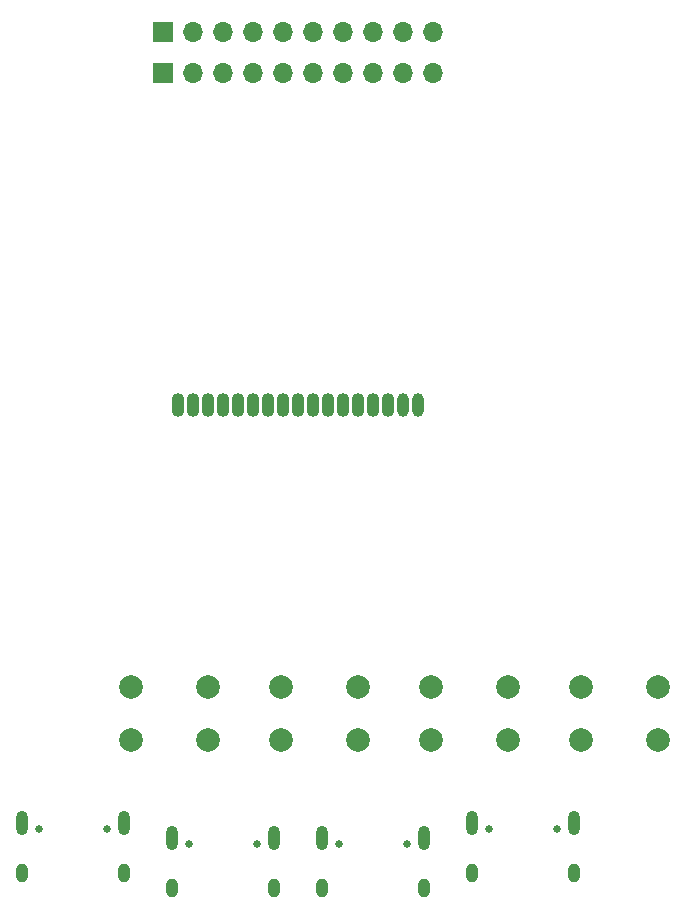
<source format=gbr>
%TF.GenerationSoftware,KiCad,Pcbnew,(6.0.5)*%
%TF.CreationDate,2023-02-26T14:44:21+09:00*%
%TF.ProjectId,IO_Board,494f5f42-6f61-4726-942e-6b696361645f,rev?*%
%TF.SameCoordinates,Original*%
%TF.FileFunction,Soldermask,Bot*%
%TF.FilePolarity,Negative*%
%FSLAX46Y46*%
G04 Gerber Fmt 4.6, Leading zero omitted, Abs format (unit mm)*
G04 Created by KiCad (PCBNEW (6.0.5)) date 2023-02-26 14:44:21*
%MOMM*%
%LPD*%
G01*
G04 APERTURE LIST*
%ADD10C,2.000000*%
%ADD11C,0.650000*%
%ADD12O,1.000000X1.600000*%
%ADD13O,1.000000X2.100000*%
%ADD14O,1.100000X2.000000*%
%ADD15O,1.000000X2.000000*%
%ADD16R,1.700000X1.700000*%
%ADD17O,1.700000X1.700000*%
G04 APERTURE END LIST*
D10*
%TO.C,START*%
X150980000Y-137160000D03*
X157480000Y-137160000D03*
X150980000Y-132660000D03*
X157480000Y-132660000D03*
%TD*%
%TO.C,STOP*%
X170180000Y-137160000D03*
X163680000Y-137160000D03*
X170180000Y-132660000D03*
X163680000Y-132660000D03*
%TD*%
D11*
%TO.C,J4*%
X161640000Y-145985000D03*
X155860000Y-145985000D03*
D12*
X154430000Y-149665000D03*
D13*
X154430000Y-145485000D03*
X163070000Y-145485000D03*
D12*
X163070000Y-149665000D03*
%TD*%
D11*
%TO.C,J2*%
X174340000Y-144715000D03*
X168560000Y-144715000D03*
D12*
X175770000Y-148395000D03*
D13*
X175770000Y-144215000D03*
D12*
X167130000Y-148395000D03*
D13*
X167130000Y-144215000D03*
%TD*%
D14*
%TO.C,J6*%
X142240000Y-108785000D03*
X143510000Y-108785000D03*
X144780000Y-108785000D03*
X146050000Y-108785000D03*
X147320000Y-108785000D03*
X148590000Y-108785000D03*
X149860000Y-108785000D03*
X151130000Y-108785000D03*
X152400000Y-108785000D03*
X153670000Y-108785000D03*
X154940000Y-108785000D03*
X156210000Y-108785000D03*
X157480000Y-108785000D03*
X158750000Y-108785000D03*
X160020000Y-108785000D03*
D15*
X161290000Y-108795000D03*
X162560000Y-108795000D03*
%TD*%
D11*
%TO.C,J1*%
X148940000Y-145985000D03*
X143160000Y-145985000D03*
D13*
X150370000Y-145485000D03*
X141730000Y-145485000D03*
D12*
X150370000Y-149665000D03*
X141730000Y-149665000D03*
%TD*%
D10*
%TO.C,L*%
X138280000Y-137160000D03*
X144780000Y-137160000D03*
X144780000Y-132660000D03*
X138280000Y-132660000D03*
%TD*%
%TO.C,R*%
X176328000Y-137160000D03*
X182828000Y-137160000D03*
X182828000Y-132660000D03*
X176328000Y-132660000D03*
%TD*%
D16*
%TO.C,J3*%
X140985000Y-80670400D03*
D17*
X143525000Y-80670400D03*
X146065000Y-80670400D03*
X148605000Y-80670400D03*
X151145000Y-80670400D03*
X153685000Y-80670400D03*
X156225000Y-80670400D03*
X158765000Y-80670400D03*
X161305000Y-80670400D03*
X163845000Y-80670400D03*
%TD*%
D11*
%TO.C,J7*%
X130460000Y-144715000D03*
X136240000Y-144715000D03*
D13*
X129030000Y-144215000D03*
D12*
X129030000Y-148395000D03*
D13*
X137670000Y-144215000D03*
D12*
X137670000Y-148395000D03*
%TD*%
D16*
%TO.C,J5*%
X140980000Y-77216000D03*
D17*
X143520000Y-77216000D03*
X146060000Y-77216000D03*
X148600000Y-77216000D03*
X151140000Y-77216000D03*
X153680000Y-77216000D03*
X156220000Y-77216000D03*
X158760000Y-77216000D03*
X161300000Y-77216000D03*
X163840000Y-77216000D03*
%TD*%
M02*

</source>
